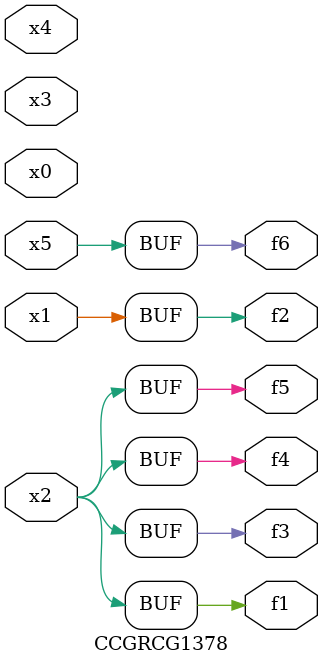
<source format=v>
module CCGRCG1378(
	input x0, x1, x2, x3, x4, x5,
	output f1, f2, f3, f4, f5, f6
);
	assign f1 = x2;
	assign f2 = x1;
	assign f3 = x2;
	assign f4 = x2;
	assign f5 = x2;
	assign f6 = x5;
endmodule

</source>
